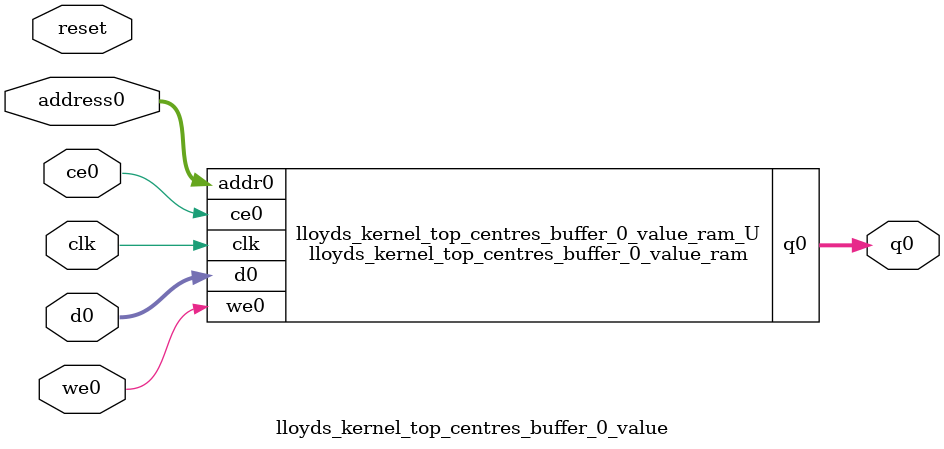
<source format=v>

`timescale 1 ns / 1 ps
module lloyds_kernel_top_centres_buffer_0_value_ram (addr0, ce0, d0, we0, q0,  clk);

parameter DWIDTH = 32;
parameter AWIDTH = 8;
parameter MEM_SIZE = 256;

input[AWIDTH-1:0] addr0;
input ce0;
input[DWIDTH-1:0] d0;
input we0;
output reg[DWIDTH-1:0] q0;
input clk;

(* ram_style = "block" *)reg [DWIDTH-1:0] ram[MEM_SIZE-1:0];




always @(posedge clk)  
begin 
    if (ce0) 
    begin
        if (we0) 
        begin 
            ram[addr0] <= d0; 
            q0 <= d0;
        end 
        else 
            q0 <= ram[addr0];
    end
end


endmodule


`timescale 1 ns / 1 ps
module lloyds_kernel_top_centres_buffer_0_value(
    reset,
    clk,
    address0,
    ce0,
    we0,
    d0,
    q0);

parameter DataWidth = 32'd32;
parameter AddressRange = 32'd256;
parameter AddressWidth = 32'd8;
input reset;
input clk;
input[AddressWidth - 1:0] address0;
input ce0;
input we0;
input[DataWidth - 1:0] d0;
output[DataWidth - 1:0] q0;




lloyds_kernel_top_centres_buffer_0_value_ram lloyds_kernel_top_centres_buffer_0_value_ram_U(
    .clk( clk ),
    .addr0( address0 ),
    .ce0( ce0 ),
    .d0( d0 ),
    .we0( we0 ),
    .q0( q0 ));

endmodule


</source>
